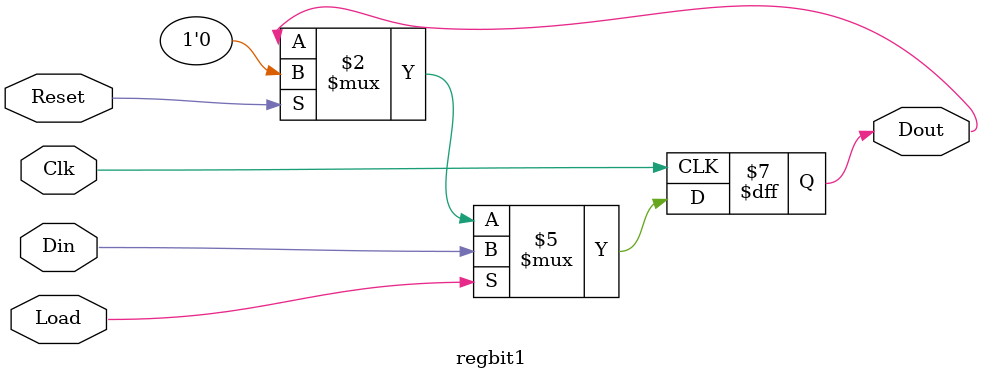
<source format=sv>
module regbit1 (input logic Clk, Reset, Load,
						input logic Din,
						output logic Dout
);

always_ff @ (posedge Clk)
	begin
		if (Load)
			Dout <= Din;
		else if (Reset)
			Dout <= 1'b0;
			
	end


	
endmodule

</source>
